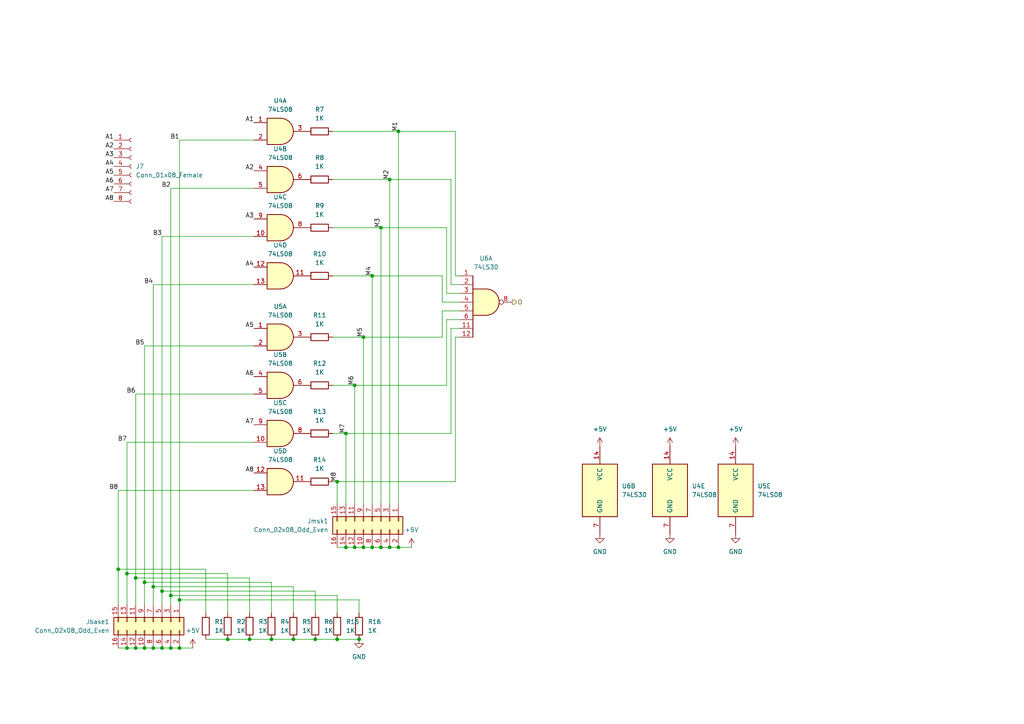
<source format=kicad_sch>
(kicad_sch (version 20211123) (generator eeschema)
  (paper "A4")
  (lib_symbols
    (symbol "74xx:74LS08" (pin_names (offset 1.016))
      (property "Reference" "U" (at 0 1.27 0))
      (property "Value" "74LS08" (at 0 -1.27 0))
      (symbol "74LS08_1_1"
        (arc (start 0 -3.81) (mid 3.81 0) (end 0 3.81) (stroke (width 0.254)) (fill (type background)))
        (polyline (pts (xy 0 3.81) (xy -3.81 3.81) (xy -3.81 -3.81) (xy 0 -3.81)) (stroke (width 0.254)) (fill (type background)))
        (pin input line (at -7.62 2.54 0) (length 3.81) (name "~") (number "1"))
        (pin input line (at -7.62 -2.54 0) (length 3.81) (name "~") (number "2"))
        (pin output line (at 7.62 0 180) (length 3.81) (name "~") (number "3"))
      )
      (symbol "74LS08_1_2"
        (arc (start -3.81 -3.81) (mid -2.589 0) (end -3.81 3.81) (stroke (width 0.254)))
        (arc (start -0.6096 -3.81) (mid 2.1842 -2.5851) (end 3.81 0) (stroke (width 0.254)) (fill (type background)))
        (polyline (pts (xy -3.81 -3.81) (xy -0.635 -3.81)) (stroke (width 0.254)) (fill (type background)))
        (polyline (pts (xy -3.81 3.81) (xy -0.635 3.81)) (stroke (width 0.254)) (fill (type background)))
        (polyline (pts (xy -0.635 3.81) (xy -3.81 3.81) (xy -3.81 3.81) (xy -3.556 3.4036) (xy -3.0226 2.2606) (xy -2.6924 1.0414) (xy -2.6162 -0.254) (xy -2.7686 -1.4986) (xy -3.175 -2.7178) (xy -3.81 -3.81) (xy -3.81 -3.81) (xy -0.635 -3.81)) (stroke (width -25.4)) (fill (type background)))
        (arc (start 3.81 0) (mid 2.1915 2.5936) (end -0.6096 3.81) (stroke (width 0.254)) (fill (type background)))
        (pin input inverted (at -7.62 2.54 0) (length 4.318) (name "~") (number "1"))
        (pin input inverted (at -7.62 -2.54 0) (length 4.318) (name "~") (number "2"))
        (pin output inverted (at 7.62 0 180) (length 3.81) (name "~") (number "3"))
      )
      (symbol "74LS08_2_1"
        (arc (start 0 -3.81) (mid 3.81 0) (end 0 3.81) (stroke (width 0.254)) (fill (type background)))
        (polyline (pts (xy 0 3.81) (xy -3.81 3.81) (xy -3.81 -3.81) (xy 0 -3.81)) (stroke (width 0.254)) (fill (type background)))
        (pin input line (at -7.62 2.54 0) (length 3.81) (name "~") (number "4"))
        (pin input line (at -7.62 -2.54 0) (length 3.81) (name "~") (number "5"))
        (pin output line (at 7.62 0 180) (length 3.81) (name "~") (number "6"))
      )
      (symbol "74LS08_2_2"
        (arc (start -3.81 -3.81) (mid -2.589 0) (end -3.81 3.81) (stroke (width 0.254)))
        (arc (start -0.6096 -3.81) (mid 2.1842 -2.5851) (end 3.81 0) (stroke (width 0.254)) (fill (type background)))
        (polyline (pts (xy -3.81 -3.81) (xy -0.635 -3.81)) (stroke (width 0.254)) (fill (type background)))
        (polyline (pts (xy -3.81 3.81) (xy -0.635 3.81)) (stroke (width 0.254)) (fill (type background)))
        (polyline (pts (xy -0.635 3.81) (xy -3.81 3.81) (xy -3.81 3.81) (xy -3.556 3.4036) (xy -3.0226 2.2606) (xy -2.6924 1.0414) (xy -2.6162 -0.254) (xy -2.7686 -1.4986) (xy -3.175 -2.7178) (xy -3.81 -3.81) (xy -3.81 -3.81) (xy -0.635 -3.81)) (stroke (width -25.4)) (fill (type background)))
        (arc (start 3.81 0) (mid 2.1915 2.5936) (end -0.6096 3.81) (stroke (width 0.254)) (fill (type background)))
        (pin input inverted (at -7.62 2.54 0) (length 4.318) (name "~") (number "4"))
        (pin input inverted (at -7.62 -2.54 0) (length 4.318) (name "~") (number "5"))
        (pin output inverted (at 7.62 0 180) (length 3.81) (name "~") (number "6"))
      )
      (symbol "74LS08_3_1"
        (arc (start 0 -3.81) (mid 3.81 0) (end 0 3.81) (stroke (width 0.254)) (fill (type background)))
        (polyline (pts (xy 0 3.81) (xy -3.81 3.81) (xy -3.81 -3.81) (xy 0 -3.81)) (stroke (width 0.254)) (fill (type background)))
        (pin input line (at -7.62 -2.54 0) (length 3.81) (name "~") (number "10"))
        (pin output line (at 7.62 0 180) (length 3.81) (name "~") (number "8"))
        (pin input line (at -7.62 2.54 0) (length 3.81) (name "~") (number "9"))
      )
      (symbol "74LS08_3_2"
        (arc (start -3.81 -3.81) (mid -2.589 0) (end -3.81 3.81) (stroke (width 0.254)))
        (arc (start -0.6096 -3.81) (mid 2.1842 -2.5851) (end 3.81 0) (stroke (width 0.254)) (fill (type background)))
        (polyline (pts (xy -3.81 -3.81) (xy -0.635 -3.81)) (stroke (width 0.254)) (fill (type background)))
        (polyline (pts (xy -3.81 3.81) (xy -0.635 3.81)) (stroke (width 0.254)) (fill (type background)))
        (polyline (pts (xy -0.635 3.81) (xy -3.81 3.81) (xy -3.81 3.81) (xy -3.556 3.4036) (xy -3.0226 2.2606) (xy -2.6924 1.0414) (xy -2.6162 -0.254) (xy -2.7686 -1.4986) (xy -3.175 -2.7178) (xy -3.81 -3.81) (xy -3.81 -3.81) (xy -0.635 -3.81)) (stroke (width -25.4)) (fill (type background)))
        (arc (start 3.81 0) (mid 2.1915 2.5936) (end -0.6096 3.81) (stroke (width 0.254)) (fill (type background)))
        (pin input inverted (at -7.62 -2.54 0) (length 4.318) (name "~") (number "10"))
        (pin output inverted (at 7.62 0 180) (length 3.81) (name "~") (number "8"))
        (pin input inverted (at -7.62 2.54 0) (length 4.318) (name "~") (number "9"))
      )
      (symbol "74LS08_4_1"
        (arc (start 0 -3.81) (mid 3.81 0) (end 0 3.81) (stroke (width 0.254)) (fill (type background)))
        (polyline (pts (xy 0 3.81) (xy -3.81 3.81) (xy -3.81 -3.81) (xy 0 -3.81)) (stroke (width 0.254)) (fill (type background)))
        (pin output line (at 7.62 0 180) (length 3.81) (name "~") (number "11"))
        (pin input line (at -7.62 2.54 0) (length 3.81) (name "~") (number "12"))
        (pin input line (at -7.62 -2.54 0) (length 3.81) (name "~") (number "13"))
      )
      (symbol "74LS08_4_2"
        (arc (start -3.81 -3.81) (mid -2.589 0) (end -3.81 3.81) (stroke (width 0.254)))
        (arc (start -0.6096 -3.81) (mid 2.1842 -2.5851) (end 3.81 0) (stroke (width 0.254)) (fill (type background)))
        (polyline (pts (xy -3.81 -3.81) (xy -0.635 -3.81)) (stroke (width 0.254)) (fill (type background)))
        (polyline (pts (xy -3.81 3.81) (xy -0.635 3.81)) (stroke (width 0.254)) (fill (type background)))
        (polyline (pts (xy -0.635 3.81) (xy -3.81 3.81) (xy -3.81 3.81) (xy -3.556 3.4036) (xy -3.0226 2.2606) (xy -2.6924 1.0414) (xy -2.6162 -0.254) (xy -2.7686 -1.4986) (xy -3.175 -2.7178) (xy -3.81 -3.81) (xy -3.81 -3.81) (xy -0.635 -3.81)) (stroke (width -25.4)) (fill (type background)))
        (arc (start 3.81 0) (mid 2.1915 2.5936) (end -0.6096 3.81) (stroke (width 0.254)) (fill (type background)))
        (pin output inverted (at 7.62 0 180) (length 3.81) (name "~") (number "11"))
        (pin input inverted (at -7.62 2.54 0) (length 4.318) (name "~") (number "12"))
        (pin input inverted (at -7.62 -2.54 0) (length 4.318) (name "~") (number "13"))
      )
      (symbol "74LS08_5_0"
        (pin power_in line (at 0 12.7 270) (length 5.08) (name "VCC") (number "14"))
        (pin power_in line (at 0 -12.7 90) (length 5.08) (name "GND") (number "7"))
      )
      (symbol "74LS08_5_1"
        (rectangle (start -5.08 7.62) (end 5.08 -7.62) (stroke (width 0.254)) (fill (type background)))
      )
    )
    (symbol "74xx:74LS30" (pin_names (offset 1.016))
      (property "Reference" "U" (at 0 1.27 0))
      (property "Value" "74LS30" (at 0 -1.27 0))
      (symbol "74LS30_1_1"
        (arc (start 0 -3.81) (mid 3.81 0) (end 0 3.81) (stroke (width 0.254)) (fill (type background)))
        (polyline (pts (xy -3.81 7.62) (xy -3.81 -10.16)) (stroke (width 0.254)))
        (polyline (pts (xy 0 3.81) (xy -3.81 3.81) (xy -3.81 -3.81) (xy 0 -3.81)) (stroke (width 0.254)) (fill (type background)))
        (pin input line (at -7.62 7.62 0) (length 3.81) (name "~") (number "1"))
        (pin input line (at -7.62 -7.62 0) (length 3.81) (name "~") (number "11"))
        (pin input line (at -7.62 -10.16 0) (length 3.81) (name "~") (number "12"))
        (pin input line (at -7.62 5.08 0) (length 3.81) (name "~") (number "2"))
        (pin input line (at -7.62 2.54 0) (length 3.81) (name "~") (number "3"))
        (pin input line (at -7.62 0 0) (length 3.81) (name "~") (number "4"))
        (pin input line (at -7.62 -2.54 0) (length 3.81) (name "~") (number "5"))
        (pin input line (at -7.62 -5.08 0) (length 3.81) (name "~") (number "6"))
        (pin output inverted (at 7.62 0 180) (length 3.81) (name "~") (number "8"))
      )
      (symbol "74LS30_1_2"
        (arc (start -3.81 -3.81) (mid -2.589 0) (end -3.81 3.81) (stroke (width 0.254)))
        (arc (start -0.6096 -3.81) (mid 2.1842 -2.5851) (end 3.81 0) (stroke (width 0.254)) (fill (type background)))
        (polyline (pts (xy -3.81 -3.81) (xy -3.81 -10.16)) (stroke (width 0.254)))
        (polyline (pts (xy -3.81 -3.81) (xy -0.635 -3.81)) (stroke (width 0.254)) (fill (type background)))
        (polyline (pts (xy -3.81 3.81) (xy -0.635 3.81)) (stroke (width 0.254)) (fill (type background)))
        (polyline (pts (xy -3.81 7.62) (xy -3.81 3.81)) (stroke (width 0.254)))
        (polyline (pts (xy -0.635 3.81) (xy -3.81 3.81) (xy -3.81 3.81) (xy -3.556 3.4036) (xy -3.0226 2.2606) (xy -2.6924 1.0414) (xy -2.6162 -0.254) (xy -2.7686 -1.4986) (xy -3.175 -2.7178) (xy -3.81 -3.81) (xy -3.81 -3.81) (xy -0.635 -3.81)) (stroke (width -25.4)) (fill (type background)))
        (arc (start 3.81 0) (mid 2.1915 2.5936) (end -0.6096 3.81) (stroke (width 0.254)) (fill (type background)))
        (pin input inverted (at -7.62 7.62 0) (length 3.81) (name "~") (number "1"))
        (pin input inverted (at -7.62 -7.62 0) (length 3.81) (name "~") (number "11"))
        (pin input inverted (at -7.62 -10.16 0) (length 3.81) (name "~") (number "12"))
        (pin input inverted (at -7.62 5.08 0) (length 3.81) (name "~") (number "2"))
        (pin input inverted (at -7.62 2.54 0) (length 4.5466) (name "~") (number "3"))
        (pin input inverted (at -7.62 0 0) (length 5.08) (name "~") (number "4"))
        (pin input inverted (at -7.62 -2.54 0) (length 4.5466) (name "~") (number "5"))
        (pin input inverted (at -7.62 -5.08 0) (length 3.81) (name "~") (number "6"))
        (pin output line (at 7.62 0 180) (length 3.81) (name "~") (number "8"))
      )
      (symbol "74LS30_2_0"
        (pin power_in line (at 0 12.7 270) (length 5.08) (name "VCC") (number "14"))
        (pin power_in line (at 0 -12.7 90) (length 5.08) (name "GND") (number "7"))
      )
      (symbol "74LS30_2_1"
        (rectangle (start -5.08 7.62) (end 5.08 -7.62) (stroke (width 0.254)) (fill (type background)))
      )
    )
    (symbol "Connector:Conn_01x08_Female" (pin_names (offset 1.016) hide)
      (property "Reference" "J" (at 0 10.16 0))
      (property "Value" "Conn_01x08_Female" (at 0 -12.7 0))
      (symbol "Conn_01x08_Female_1_1"
        (arc (start 0 -9.652) (mid -0.508 -10.16) (end 0 -10.668) (stroke (width 0.1524)))
        (arc (start 0 -7.112) (mid -0.508 -7.62) (end 0 -8.128) (stroke (width 0.1524)))
        (arc (start 0 -4.572) (mid -0.508 -5.08) (end 0 -5.588) (stroke (width 0.1524)))
        (arc (start 0 -2.032) (mid -0.508 -2.54) (end 0 -3.048) (stroke (width 0.1524)))
        (polyline (pts (xy -1.27 -10.16) (xy -0.508 -10.16)) (stroke (width 0.1524)))
        (polyline (pts (xy -1.27 -7.62) (xy -0.508 -7.62)) (stroke (width 0.1524)))
        (polyline (pts (xy -1.27 -5.08) (xy -0.508 -5.08)) (stroke (width 0.1524)))
        (polyline (pts (xy -1.27 -2.54) (xy -0.508 -2.54)) (stroke (width 0.1524)))
        (polyline (pts (xy -1.27 0) (xy -0.508 0)) (stroke (width 0.1524)))
        (polyline (pts (xy -1.27 2.54) (xy -0.508 2.54)) (stroke (width 0.1524)))
        (polyline (pts (xy -1.27 5.08) (xy -0.508 5.08)) (stroke (width 0.1524)))
        (polyline (pts (xy -1.27 7.62) (xy -0.508 7.62)) (stroke (width 0.1524)))
        (arc (start 0 0.508) (mid -0.508 0) (end 0 -0.508) (stroke (width 0.1524)))
        (arc (start 0 3.048) (mid -0.508 2.54) (end 0 2.032) (stroke (width 0.1524)))
        (arc (start 0 5.588) (mid -0.508 5.08) (end 0 4.572) (stroke (width 0.1524)))
        (arc (start 0 8.128) (mid -0.508 7.62) (end 0 7.112) (stroke (width 0.1524)))
        (pin passive line (at -5.08 7.62 0) (length 3.81) (name "Pin_1") (number "1"))
        (pin passive line (at -5.08 5.08 0) (length 3.81) (name "Pin_2") (number "2"))
        (pin passive line (at -5.08 2.54 0) (length 3.81) (name "Pin_3") (number "3"))
        (pin passive line (at -5.08 0 0) (length 3.81) (name "Pin_4") (number "4"))
        (pin passive line (at -5.08 -2.54 0) (length 3.81) (name "Pin_5") (number "5"))
        (pin passive line (at -5.08 -5.08 0) (length 3.81) (name "Pin_6") (number "6"))
        (pin passive line (at -5.08 -7.62 0) (length 3.81) (name "Pin_7") (number "7"))
        (pin passive line (at -5.08 -10.16 0) (length 3.81) (name "Pin_8") (number "8"))
      )
    )
    (symbol "Connector_Generic:Conn_02x08_Odd_Even" (pin_names (offset 1.016) hide)
      (property "Reference" "J" (at 1.27 10.16 0))
      (property "Value" "Conn_02x08_Odd_Even" (at 1.27 -12.7 0))
      (symbol "Conn_02x08_Odd_Even_1_1"
        (rectangle (start -1.27 -10.033) (end 0 -10.287) (stroke (width 0.1524)))
        (rectangle (start -1.27 -7.493) (end 0 -7.747) (stroke (width 0.1524)))
        (rectangle (start -1.27 -4.953) (end 0 -5.207) (stroke (width 0.1524)))
        (rectangle (start -1.27 -2.413) (end 0 -2.667) (stroke (width 0.1524)))
        (rectangle (start -1.27 0.127) (end 0 -0.127) (stroke (width 0.1524)))
        (rectangle (start -1.27 2.667) (end 0 2.413) (stroke (width 0.1524)))
        (rectangle (start -1.27 5.207) (end 0 4.953) (stroke (width 0.1524)))
        (rectangle (start -1.27 7.747) (end 0 7.493) (stroke (width 0.1524)))
        (rectangle (start -1.27 8.89) (end 3.81 -11.43) (stroke (width 0.254)) (fill (type background)))
        (rectangle (start 3.81 -10.033) (end 2.54 -10.287) (stroke (width 0.1524)))
        (rectangle (start 3.81 -7.493) (end 2.54 -7.747) (stroke (width 0.1524)))
        (rectangle (start 3.81 -4.953) (end 2.54 -5.207) (stroke (width 0.1524)))
        (rectangle (start 3.81 -2.413) (end 2.54 -2.667) (stroke (width 0.1524)))
        (rectangle (start 3.81 0.127) (end 2.54 -0.127) (stroke (width 0.1524)))
        (rectangle (start 3.81 2.667) (end 2.54 2.413) (stroke (width 0.1524)))
        (rectangle (start 3.81 5.207) (end 2.54 4.953) (stroke (width 0.1524)))
        (rectangle (start 3.81 7.747) (end 2.54 7.493) (stroke (width 0.1524)))
        (pin passive line (at -5.08 7.62 0) (length 3.81) (name "Pin_1") (number "1"))
        (pin passive line (at 7.62 -2.54 180) (length 3.81) (name "Pin_10") (number "10"))
        (pin passive line (at -5.08 -5.08 0) (length 3.81) (name "Pin_11") (number "11"))
        (pin passive line (at 7.62 -5.08 180) (length 3.81) (name "Pin_12") (number "12"))
        (pin passive line (at -5.08 -7.62 0) (length 3.81) (name "Pin_13") (number "13"))
        (pin passive line (at 7.62 -7.62 180) (length 3.81) (name "Pin_14") (number "14"))
        (pin passive line (at -5.08 -10.16 0) (length 3.81) (name "Pin_15") (number "15"))
        (pin passive line (at 7.62 -10.16 180) (length 3.81) (name "Pin_16") (number "16"))
        (pin passive line (at 7.62 7.62 180) (length 3.81) (name "Pin_2") (number "2"))
        (pin passive line (at -5.08 5.08 0) (length 3.81) (name "Pin_3") (number "3"))
        (pin passive line (at 7.62 5.08 180) (length 3.81) (name "Pin_4") (number "4"))
        (pin passive line (at -5.08 2.54 0) (length 3.81) (name "Pin_5") (number "5"))
        (pin passive line (at 7.62 2.54 180) (length 3.81) (name "Pin_6") (number "6"))
        (pin passive line (at -5.08 0 0) (length 3.81) (name "Pin_7") (number "7"))
        (pin passive line (at 7.62 0 180) (length 3.81) (name "Pin_8") (number "8"))
        (pin passive line (at -5.08 -2.54 0) (length 3.81) (name "Pin_9") (number "9"))
      )
    )
    (symbol "Device:R" (pin_numbers hide) (pin_names (offset 0))
      (property "Reference" "R" (at 2.032 0 90))
      (property "Value" "R" (at 0 0 90))
      (symbol "R_0_1"
        (rectangle (start -1.016 -2.54) (end 1.016 2.54) (stroke (width 0.254)))
      )
      (symbol "R_1_1"
        (pin passive line (at 0 3.81 270) (length 1.27) (name "~") (number "1"))
        (pin passive line (at 0 -3.81 90) (length 1.27) (name "~") (number "2"))
      )
    )
    (symbol "power:+5V" (power) (pin_names (offset 0))
      (property "Value" "+5V" (at 0 3.556 0))
      (symbol "+5V_0_1"
        (polyline (pts (xy -0.762 1.27) (xy 0 2.54)))
        (polyline (pts (xy 0 0) (xy 0 2.54)))
        (polyline (pts (xy 0 2.54) (xy 0.762 1.27)))
      )
      (symbol "+5V_1_1"
        (pin power_in line (at 0 0 90) (length 0) hide (name "+5V") (number "1"))
      )
    )
    (symbol "power:GND" (power) (pin_names (offset 0))
      (property "Value" "GND" (at 0 -3.81 0))
      (symbol "GND_0_1"
        (polyline (pts (xy 0 0) (xy 0 -1.27) (xy 1.27 -1.27) (xy 0 -2.54) (xy -1.27 -1.27) (xy 0 -1.27)))
      )
      (symbol "GND_1_1"
        (pin power_in line (at 0 0 270) (length 0) hide (name "GND") (number "1"))
      )
    )
  )
  (junction (at 72.39 185.42))
  (junction (at 34.29 165.1))
  (junction (at 85.09 185.42))
  (junction (at 107.95 158.75))
  (junction (at 115.57 38.1))
  (junction (at 78.74 185.42))
  (junction (at 115.57 158.75))
  (junction (at 100.33 125.73))
  (junction (at 46.99 187.96))
  (junction (at 110.49 158.75))
  (junction (at 66.04 185.42))
  (junction (at 91.44 185.42))
  (junction (at 39.37 167.64))
  (junction (at 97.79 139.7))
  (junction (at 41.91 187.96))
  (junction (at 44.45 187.96))
  (junction (at 105.41 158.75))
  (junction (at 52.07 173.99))
  (junction (at 46.99 171.45))
  (junction (at 104.14 185.42))
  (junction (at 100.33 158.75))
  (junction (at 39.37 187.96))
  (junction (at 113.03 52.07))
  (junction (at 36.83 187.96))
  (junction (at 110.49 66.04))
  (junction (at 107.95 80.01))
  (junction (at 49.53 187.96))
  (junction (at 49.53 172.72))
  (junction (at 52.07 187.96))
  (junction (at 102.87 158.75))
  (junction (at 41.91 168.91))
  (junction (at 44.45 170.18))
  (junction (at 102.87 111.76))
  (junction (at 97.79 185.42))
  (junction (at 113.03 158.75))
  (junction (at 105.41 97.79))
  (junction (at 36.83 166.37))
  (wire (pts (xy 36.83 187.96) (xy 39.37 187.96)))
  (wire (pts (xy 34.29 142.24) (xy 73.66 142.24)))
  (wire (pts (xy 44.45 170.18) (xy 44.45 82.55)))
  (wire (pts (xy 130.81 125.73) (xy 100.33 125.73)))
  (wire (pts (xy 102.87 111.76) (xy 129.54 111.76)))
  (wire (pts (xy 78.74 168.91) (xy 78.74 177.8)))
  (wire (pts (xy 34.29 175.26) (xy 34.29 165.1)))
  (wire (pts (xy 66.04 185.42) (xy 72.39 185.42)))
  (wire (pts (xy 128.27 97.79) (xy 128.27 90.17)))
  (wire (pts (xy 52.07 187.96) (xy 55.88 187.96)))
  (wire (pts (xy 59.69 185.42) (xy 66.04 185.42)))
  (wire (pts (xy 102.87 111.76) (xy 102.87 146.05)))
  (wire (pts (xy 39.37 167.64) (xy 39.37 114.3)))
  (wire (pts (xy 36.83 166.37) (xy 36.83 128.27)))
  (wire (pts (xy 107.95 158.75) (xy 110.49 158.75)))
  (wire (pts (xy 39.37 167.64) (xy 72.39 167.64)))
  (wire (pts (xy 41.91 168.91) (xy 78.74 168.91)))
  (wire (pts (xy 113.03 52.07) (xy 113.03 146.05)))
  (wire (pts (xy 49.53 187.96) (xy 52.07 187.96)))
  (wire (pts (xy 133.35 85.09) (xy 129.54 85.09)))
  (wire (pts (xy 49.53 172.72) (xy 49.53 175.26)))
  (wire (pts (xy 78.74 185.42) (xy 85.09 185.42)))
  (wire (pts (xy 110.49 66.04) (xy 110.49 146.05)))
  (wire (pts (xy 39.37 114.3) (xy 73.66 114.3)))
  (wire (pts (xy 34.29 165.1) (xy 34.29 142.24)))
  (wire (pts (xy 34.29 187.96) (xy 36.83 187.96)))
  (wire (pts (xy 44.45 170.18) (xy 85.09 170.18)))
  (wire (pts (xy 102.87 158.75) (xy 105.41 158.75)))
  (wire (pts (xy 41.91 175.26) (xy 41.91 168.91)))
  (wire (pts (xy 132.08 139.7) (xy 132.08 97.79)))
  (wire (pts (xy 44.45 175.26) (xy 44.45 170.18)))
  (wire (pts (xy 104.14 173.99) (xy 104.14 177.8)))
  (wire (pts (xy 113.03 52.07) (xy 96.52 52.07)))
  (wire (pts (xy 129.54 85.09) (xy 129.54 66.04)))
  (wire (pts (xy 85.09 185.42) (xy 91.44 185.42)))
  (wire (pts (xy 133.35 82.55) (xy 130.81 82.55)))
  (wire (pts (xy 115.57 158.75) (xy 119.38 158.75)))
  (wire (pts (xy 34.29 165.1) (xy 59.69 165.1)))
  (wire (pts (xy 41.91 168.91) (xy 41.91 100.33)))
  (wire (pts (xy 110.49 158.75) (xy 113.03 158.75)))
  (wire (pts (xy 49.53 172.72) (xy 97.79 172.72)))
  (wire (pts (xy 52.07 173.99) (xy 52.07 40.64)))
  (wire (pts (xy 49.53 54.61) (xy 49.53 172.72)))
  (wire (pts (xy 46.99 171.45) (xy 91.44 171.45)))
  (wire (pts (xy 128.27 80.01) (xy 107.95 80.01)))
  (wire (pts (xy 52.07 175.26) (xy 52.07 173.99)))
  (wire (pts (xy 91.44 171.45) (xy 91.44 177.8)))
  (wire (pts (xy 100.33 125.73) (xy 96.52 125.73)))
  (wire (pts (xy 107.95 80.01) (xy 107.95 146.05)))
  (wire (pts (xy 110.49 66.04) (xy 96.52 66.04)))
  (wire (pts (xy 97.79 139.7) (xy 97.79 146.05)))
  (wire (pts (xy 100.33 158.75) (xy 102.87 158.75)))
  (wire (pts (xy 91.44 185.42) (xy 97.79 185.42)))
  (wire (pts (xy 97.79 185.42) (xy 104.14 185.42)))
  (wire (pts (xy 44.45 82.55) (xy 73.66 82.55)))
  (wire (pts (xy 129.54 111.76) (xy 129.54 92.71)))
  (wire (pts (xy 129.54 66.04) (xy 110.49 66.04)))
  (wire (pts (xy 128.27 87.63) (xy 128.27 80.01)))
  (wire (pts (xy 52.07 40.64) (xy 73.66 40.64)))
  (wire (pts (xy 49.53 54.61) (xy 73.66 54.61)))
  (wire (pts (xy 115.57 38.1) (xy 96.52 38.1)))
  (wire (pts (xy 100.33 125.73) (xy 100.33 146.05)))
  (wire (pts (xy 46.99 175.26) (xy 46.99 171.45)))
  (wire (pts (xy 72.39 185.42) (xy 78.74 185.42)))
  (wire (pts (xy 133.35 87.63) (xy 128.27 87.63)))
  (wire (pts (xy 133.35 95.25) (xy 130.81 95.25)))
  (wire (pts (xy 107.95 80.01) (xy 96.52 80.01)))
  (wire (pts (xy 59.69 165.1) (xy 59.69 177.8)))
  (wire (pts (xy 97.79 158.75) (xy 100.33 158.75)))
  (wire (pts (xy 46.99 187.96) (xy 49.53 187.96)))
  (wire (pts (xy 36.83 128.27) (xy 73.66 128.27)))
  (wire (pts (xy 115.57 38.1) (xy 115.57 146.05)))
  (wire (pts (xy 39.37 175.26) (xy 39.37 167.64)))
  (wire (pts (xy 39.37 187.96) (xy 41.91 187.96)))
  (wire (pts (xy 46.99 68.58) (xy 73.66 68.58)))
  (wire (pts (xy 105.41 97.79) (xy 105.41 146.05)))
  (wire (pts (xy 105.41 97.79) (xy 96.52 97.79)))
  (wire (pts (xy 132.08 80.01) (xy 132.08 38.1)))
  (wire (pts (xy 97.79 172.72) (xy 97.79 177.8)))
  (wire (pts (xy 113.03 158.75) (xy 115.57 158.75)))
  (wire (pts (xy 36.83 166.37) (xy 66.04 166.37)))
  (wire (pts (xy 130.81 82.55) (xy 130.81 52.07)))
  (wire (pts (xy 132.08 97.79) (xy 133.35 97.79)))
  (wire (pts (xy 41.91 187.96) (xy 44.45 187.96)))
  (wire (pts (xy 46.99 171.45) (xy 46.99 68.58)))
  (wire (pts (xy 41.91 100.33) (xy 73.66 100.33)))
  (wire (pts (xy 128.27 90.17) (xy 133.35 90.17)))
  (wire (pts (xy 97.79 139.7) (xy 96.52 139.7)))
  (wire (pts (xy 36.83 175.26) (xy 36.83 166.37)))
  (wire (pts (xy 133.35 80.01) (xy 132.08 80.01)))
  (wire (pts (xy 52.07 173.99) (xy 104.14 173.99)))
  (wire (pts (xy 105.41 97.79) (xy 128.27 97.79)))
  (wire (pts (xy 66.04 166.37) (xy 66.04 177.8)))
  (wire (pts (xy 130.81 95.25) (xy 130.81 125.73)))
  (wire (pts (xy 105.41 158.75) (xy 107.95 158.75)))
  (wire (pts (xy 102.87 111.76) (xy 96.52 111.76)))
  (wire (pts (xy 85.09 170.18) (xy 85.09 177.8)))
  (wire (pts (xy 44.45 187.96) (xy 46.99 187.96)))
  (wire (pts (xy 97.79 139.7) (xy 132.08 139.7)))
  (wire (pts (xy 129.54 92.71) (xy 133.35 92.71)))
  (wire (pts (xy 72.39 167.64) (xy 72.39 177.8)))
  (wire (pts (xy 130.81 52.07) (xy 113.03 52.07)))
  (wire (pts (xy 132.08 38.1) (xy 115.57 38.1)))
  (label "A2" (at 33.02 43.18 180))
  (label "A4" (at 33.02 48.26 180))
  (label "M8" (at 97.79 139.7 90))
  (label "A3" (at 73.66 63.5 180))
  (label "B7" (at 36.83 128.27 180))
  (label "A6" (at 33.02 53.34 180))
  (label "A7" (at 33.02 55.88 180))
  (label "B5" (at 41.91 100.33 180))
  (label "M3" (at 110.49 66.04 90))
  (label "B3" (at 46.99 68.58 180))
  (label "M4" (at 107.95 80.01 90))
  (label "B1" (at 52.07 40.64 180))
  (label "A1" (at 33.02 40.64 180))
  (label "M1" (at 115.57 38.1 90))
  (label "A8" (at 73.66 137.16 180))
  (label "B4" (at 44.45 82.55 180))
  (label "A5" (at 33.02 50.8 180))
  (label "A4" (at 73.66 77.47 180))
  (label "B2" (at 49.53 54.61 180))
  (label "A2" (at 73.66 49.53 180))
  (label "M5" (at 105.41 97.79 90))
  (label "B8" (at 34.29 142.24 180))
  (label "M6" (at 102.87 111.76 90))
  (label "A1" (at 73.66 35.56 180))
  (label "A5" (at 73.66 95.25 180))
  (label "A6" (at 73.66 109.22 180))
  (label "M7" (at 100.33 125.73 90))
  (label "B6" (at 39.37 114.3 180))
  (label "A7" (at 73.66 123.19 180))
  (label "A8" (at 33.02 58.42 180))
  (label "A3" (at 33.02 45.72 180))
  (label "M2" (at 113.03 52.07 90))
  (hierarchical_label "O" (shape output) (at 148.59 87.63 0))
  (symbol (lib_id "Device:R") (at 92.71 97.79 90) (unit 1)
    (property "Reference" "R11" (at 92.71 91.44 90))
    (property "Value" "1K" (at 92.71 93.98 90))
    (property "Footprint" "Resistor_THT:R_Axial_DIN0204_L3.6mm_D1.6mm_P5.08mm_Horizontal" (effects hide))
  )
  (symbol (lib_id "Device:R") (at 78.74 181.61 180) (unit 1)
    (property "Reference" "R4" (at 81.28 180.3399 0) (effects (justify right)))
    (property "Value" "1K" (at 81.28 182.8799 0) (effects (justify right)))
    (property "Footprint" "Resistor_THT:R_Axial_DIN0204_L3.6mm_D1.6mm_P5.08mm_Horizontal" (effects hide))
  )
  (symbol (lib_id "74xx:74LS08") (at 81.28 111.76 0) (unit 2)
    (property "Reference" "U5" (at 81.28 102.87 0))
    (property "Value" "74LS08" (at 81.28 105.41 0))
    (property "Footprint" "Package_DIP:DIP-14_W7.62mm" (effects hide))
    (property "Datasheet" "http://www.ti.com/lit/gpn/sn74LS08" (effects hide))
  )
  (symbol (lib_id "Device:R") (at 97.79 181.61 180) (unit 1)
    (property "Reference" "R15" (at 100.33 180.3399 0) (effects (justify right)))
    (property "Value" "1K" (at 100.33 182.8799 0) (effects (justify right)))
    (property "Footprint" "Resistor_THT:R_Axial_DIN0204_L3.6mm_D1.6mm_P5.08mm_Horizontal" (effects hide))
  )
  (symbol (lib_id "power:+5V") (at 194.31 129.54 0) (unit 1)
    (property "Reference" "#PWR021" (effects hide))
    (property "Value" "+5V" (at 194.31 124.46 0))
  )
  (symbol (lib_id "74xx:74LS08") (at 81.28 97.79 0) (unit 1)
    (property "Reference" "U5" (at 81.28 88.9 0))
    (property "Value" "74LS08" (at 81.28 91.44 0))
    (property "Footprint" "Package_DIP:DIP-14_W7.62mm" (effects hide))
    (property "Datasheet" "http://www.ti.com/lit/gpn/sn74LS08" (effects hide))
  )
  (symbol (lib_id "Device:R") (at 59.69 181.61 180) (unit 1)
    (property "Reference" "R1" (at 62.23 180.3399 0) (effects (justify right)))
    (property "Value" "1K" (at 62.23 182.8799 0) (effects (justify right)))
    (property "Footprint" "Resistor_THT:R_Axial_DIN0204_L3.6mm_D1.6mm_P5.08mm_Horizontal" (effects hide))
  )
  (symbol (lib_id "power:+5V") (at 55.88 187.96 0) (unit 1)
    (property "Reference" "#PWR016" (effects hide))
    (property "Value" "+5V" (at 55.88 182.88 0))
  )
  (symbol (lib_id "74xx:74LS08") (at 81.28 125.73 0) (unit 3)
    (property "Reference" "U5" (at 81.28 116.84 0))
    (property "Value" "74LS08" (at 81.28 119.38 0))
    (property "Footprint" "Package_DIP:DIP-14_W7.62mm" (effects hide))
    (property "Datasheet" "http://www.ti.com/lit/gpn/sn74LS08" (effects hide))
  )
  (symbol (lib_id "74xx:74LS08") (at 194.31 142.24 0) (unit 5)
    (property "Reference" "U4" (at 200.66 140.9699 0) (effects (justify left)))
    (property "Value" "74LS08" (at 200.66 143.5099 0) (effects (justify left)))
    (property "Footprint" "Package_DIP:DIP-14_W7.62mm" (effects hide))
    (property "Datasheet" "http://www.ti.com/lit/gpn/sn74LS08" (effects hide))
  )
  (symbol (lib_id "power:+5V") (at 119.38 158.75 0) (unit 1)
    (property "Reference" "#PWR018" (effects hide))
    (property "Value" "+5V" (at 119.38 153.67 0))
  )
  (symbol (lib_id "74xx:74LS08") (at 81.28 38.1 0) (unit 1)
    (property "Reference" "U4" (at 81.28 29.21 0))
    (property "Value" "74LS08" (at 81.28 31.75 0))
    (property "Footprint" "Package_DIP:DIP-14_W7.62mm" (effects hide))
    (property "Datasheet" "http://www.ti.com/lit/gpn/sn74LS08" (effects hide))
  )
  (symbol (lib_id "Device:R") (at 104.14 181.61 180) (unit 1)
    (property "Reference" "R16" (at 106.68 180.3399 0) (effects (justify right)))
    (property "Value" "1K" (at 106.68 182.8799 0) (effects (justify right)))
    (property "Footprint" "Resistor_THT:R_Axial_DIN0204_L3.6mm_D1.6mm_P5.08mm_Horizontal" (effects hide))
  )
  (symbol (lib_id "Connector_Generic:Conn_02x08_Odd_Even") (at 107.95 151.13 270) (unit 1)
    (property "Reference" "Jmsk1" (at 95.25 151.1299 90) (effects (justify right)))
    (property "Value" "Conn_02x08_Odd_Even" (at 95.25 153.6699 90) (effects (justify right)))
    (property "Footprint" "Connector_PinHeader_2.54mm:PinHeader_2x08_P2.54mm_Vertical" (effects hide))
  )
  (symbol (lib_id "Device:R") (at 92.71 38.1 90) (unit 1)
    (property "Reference" "R7" (at 92.71 31.75 90))
    (property "Value" "1K" (at 92.71 34.29 90))
    (property "Footprint" "Resistor_THT:R_Axial_DIN0204_L3.6mm_D1.6mm_P5.08mm_Horizontal" (effects hide))
  )
  (symbol (lib_id "74xx:74LS08") (at 81.28 139.7 0) (unit 4)
    (property "Reference" "U5" (at 81.28 130.81 0))
    (property "Value" "74LS08" (at 81.28 133.35 0))
    (property "Footprint" "Package_DIP:DIP-14_W7.62mm" (effects hide))
    (property "Datasheet" "http://www.ti.com/lit/gpn/sn74LS08" (effects hide))
  )
  (symbol (lib_id "Device:R") (at 85.09 181.61 180) (unit 1)
    (property "Reference" "R5" (at 87.63 180.3399 0) (effects (justify right)))
    (property "Value" "1K" (at 87.63 182.8799 0) (effects (justify right)))
    (property "Footprint" "Resistor_THT:R_Axial_DIN0204_L3.6mm_D1.6mm_P5.08mm_Horizontal" (effects hide))
  )
  (symbol (lib_id "power:+5V") (at 213.36 129.54 0) (unit 1)
    (property "Reference" "#PWR023" (effects hide))
    (property "Value" "+5V" (at 213.36 124.46 0))
  )
  (symbol (lib_id "74xx:74LS08") (at 81.28 52.07 0) (unit 2)
    (property "Reference" "U4" (at 81.28 43.18 0))
    (property "Value" "74LS08" (at 81.28 45.72 0))
    (property "Footprint" "Package_DIP:DIP-14_W7.62mm" (effects hide))
    (property "Datasheet" "http://www.ti.com/lit/gpn/sn74LS08" (effects hide))
  )
  (symbol (lib_id "Device:R") (at 92.71 111.76 90) (unit 1)
    (property "Reference" "R12" (at 92.71 105.41 90))
    (property "Value" "1K" (at 92.71 107.95 90))
    (property "Footprint" "Resistor_THT:R_Axial_DIN0204_L3.6mm_D1.6mm_P5.08mm_Horizontal" (effects hide))
  )
  (symbol (lib_id "power:+5V") (at 173.99 129.54 0) (unit 1)
    (property "Reference" "#PWR019" (effects hide))
    (property "Value" "+5V" (at 173.99 124.46 0))
  )
  (symbol (lib_id "74xx:74LS30") (at 173.99 142.24 0) (unit 2)
    (property "Reference" "U6" (at 180.34 140.9699 0) (effects (justify left)))
    (property "Value" "74LS30" (at 180.34 143.5099 0) (effects (justify left)))
    (property "Footprint" "Package_DIP:DIP-14_W7.62mm" (effects hide))
    (property "Datasheet" "http://www.ti.com/lit/gpn/sn74LS30" (effects hide))
  )
  (symbol (lib_id "Connector_Generic:Conn_02x08_Odd_Even") (at 44.45 180.34 270) (unit 1)
    (property "Reference" "Jbase1" (at 31.75 180.3399 90) (effects (justify right)))
    (property "Value" "Conn_02x08_Odd_Even" (at 31.75 182.8799 90) (effects (justify right)))
    (property "Footprint" "Connector_PinHeader_2.54mm:PinHeader_2x08_P2.54mm_Vertical" (effects hide))
  )
  (symbol (lib_id "Device:R") (at 66.04 181.61 180) (unit 1)
    (property "Reference" "R2" (at 68.58 180.3399 0) (effects (justify right)))
    (property "Value" "1K" (at 68.58 182.8799 0) (effects (justify right)))
    (property "Footprint" "Resistor_THT:R_Axial_DIN0204_L3.6mm_D1.6mm_P5.08mm_Horizontal" (effects hide))
  )
  (symbol (lib_id "74xx:74LS08") (at 81.28 66.04 0) (unit 3)
    (property "Reference" "U4" (at 81.28 57.15 0))
    (property "Value" "74LS08" (at 81.28 59.69 0))
    (property "Footprint" "Package_DIP:DIP-14_W7.62mm" (effects hide))
    (property "Datasheet" "http://www.ti.com/lit/gpn/sn74LS08" (effects hide))
  )
  (symbol (lib_id "74xx:74LS08") (at 81.28 80.01 0) (unit 4)
    (property "Reference" "U4" (at 81.28 71.12 0))
    (property "Value" "74LS08" (at 81.28 73.66 0))
    (property "Footprint" "Package_DIP:DIP-14_W7.62mm" (effects hide))
    (property "Datasheet" "http://www.ti.com/lit/gpn/sn74LS08" (effects hide))
  )
  (symbol (lib_id "Device:R") (at 72.39 181.61 180) (unit 1)
    (property "Reference" "R3" (at 74.93 180.3399 0) (effects (justify right)))
    (property "Value" "1K" (at 74.93 182.8799 0) (effects (justify right)))
    (property "Footprint" "Resistor_THT:R_Axial_DIN0204_L3.6mm_D1.6mm_P5.08mm_Horizontal" (effects hide))
  )
  (symbol (lib_id "Device:R") (at 92.71 52.07 90) (unit 1)
    (property "Reference" "R8" (at 92.71 45.72 90))
    (property "Value" "1K" (at 92.71 48.26 90))
    (property "Footprint" "Resistor_THT:R_Axial_DIN0204_L3.6mm_D1.6mm_P5.08mm_Horizontal" (effects hide))
  )
  (symbol (lib_id "power:GND") (at 173.99 154.94 0) (unit 1)
    (property "Reference" "#PWR020" (effects hide))
    (property "Value" "GND" (at 173.99 160.02 0))
  )
  (symbol (lib_id "Device:R") (at 92.71 125.73 90) (unit 1)
    (property "Reference" "R13" (at 92.71 119.38 90))
    (property "Value" "1K" (at 92.71 121.92 90))
    (property "Footprint" "Resistor_THT:R_Axial_DIN0204_L3.6mm_D1.6mm_P5.08mm_Horizontal" (effects hide))
  )
  (symbol (lib_id "Device:R") (at 91.44 181.61 180) (unit 1)
    (property "Reference" "R6" (at 93.98 180.3399 0) (effects (justify right)))
    (property "Value" "1K" (at 93.98 182.8799 0) (effects (justify right)))
    (property "Footprint" "Resistor_THT:R_Axial_DIN0204_L3.6mm_D1.6mm_P5.08mm_Horizontal" (effects hide))
  )
  (symbol (lib_id "Connector:Conn_01x08_Female") (at 38.1 48.26 0) (unit 1)
    (property "Reference" "J7" (at 39.37 48.2599 0) (effects (justify left)))
    (property "Value" "Conn_01x08_Female" (at 39.37 50.7999 0) (effects (justify left)))
    (property "Footprint" "Connector_PinHeader_2.54mm:PinHeader_1x08_P2.54mm_Vertical" (effects hide))
  )
  (symbol (lib_id "power:GND") (at 194.31 154.94 0) (unit 1)
    (property "Reference" "#PWR022" (effects hide))
    (property "Value" "GND" (at 194.31 160.02 0))
  )
  (symbol (lib_id "74xx:74LS08") (at 213.36 142.24 0) (unit 5)
    (property "Reference" "U5" (at 219.71 140.9699 0) (effects (justify left)))
    (property "Value" "74LS08" (at 219.71 143.5099 0) (effects (justify left)))
    (property "Footprint" "Package_DIP:DIP-14_W7.62mm" (effects hide))
    (property "Datasheet" "http://www.ti.com/lit/gpn/sn74LS08" (effects hide))
  )
  (symbol (lib_id "Device:R") (at 92.71 66.04 90) (unit 1)
    (property "Reference" "R9" (at 92.71 59.69 90))
    (property "Value" "1K" (at 92.71 62.23 90))
    (property "Footprint" "Resistor_THT:R_Axial_DIN0204_L3.6mm_D1.6mm_P5.08mm_Horizontal" (effects hide))
  )
  (symbol (lib_id "power:GND") (at 104.14 185.42 0) (unit 1)
    (property "Reference" "#PWR017" (effects hide))
    (property "Value" "GND" (at 104.14 190.5 0))
  )
  (symbol (lib_id "74xx:74LS30") (at 140.97 87.63 0) (unit 1)
    (property "Reference" "U6" (at 140.97 74.93 0))
    (property "Value" "74LS30" (at 140.97 77.47 0))
    (property "Footprint" "Package_DIP:DIP-14_W7.62mm" (effects hide))
    (property "Datasheet" "http://www.ti.com/lit/gpn/sn74LS30" (effects hide))
  )
  (symbol (lib_id "Device:R") (at 92.71 80.01 90) (unit 1)
    (property "Reference" "R10" (at 92.71 73.66 90))
    (property "Value" "1K" (at 92.71 76.2 90))
    (property "Footprint" "Resistor_THT:R_Axial_DIN0204_L3.6mm_D1.6mm_P5.08mm_Horizontal" (effects hide))
  )
  (symbol (lib_id "Device:R") (at 92.71 139.7 90) (unit 1)
    (property "Reference" "R14" (at 92.71 133.35 90))
    (property "Value" "1K" (at 92.71 135.89 90))
    (property "Footprint" "Resistor_THT:R_Axial_DIN0204_L3.6mm_D1.6mm_P5.08mm_Horizontal" (effects hide))
  )
  (symbol (lib_id "power:GND") (at 213.36 154.94 0) (unit 1)
    (property "Reference" "#PWR024" (effects hide))
    (property "Value" "GND" (at 213.36 160.02 0))
  )
)
</source>
